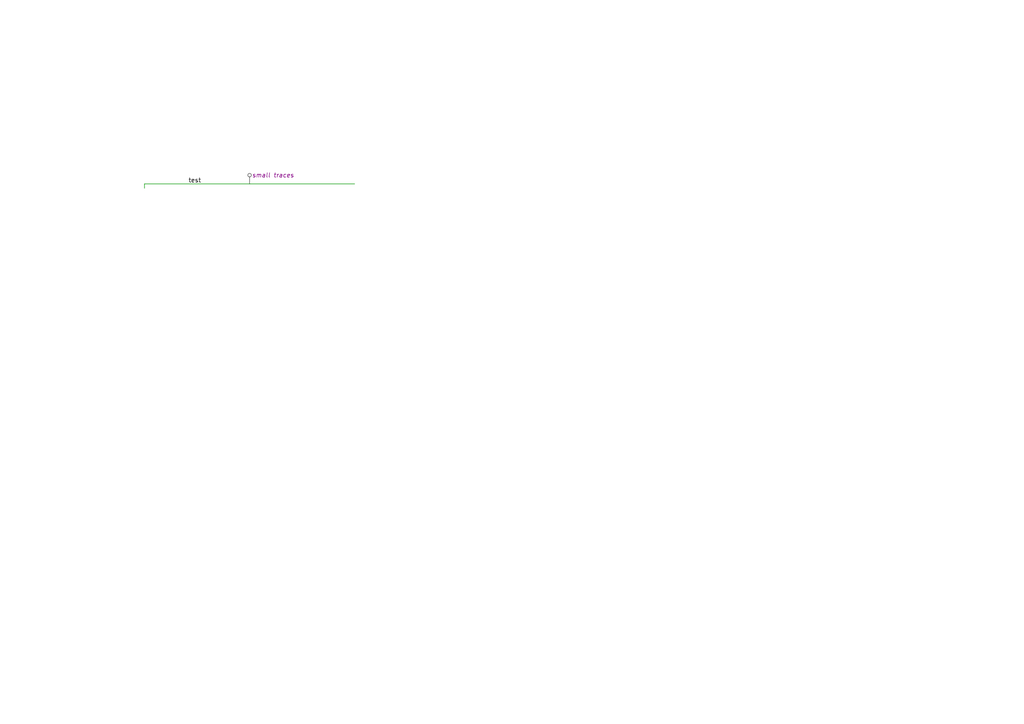
<source format=kicad_sch>
(kicad_sch
	(version 20231120)
	(generator "eeschema")
	(generator_version "8.0")
	(uuid "ed2ec2bf-1322-414d-8cb8-5501d93892db")
	(paper "A4")
	(title_block
		(title "Demo LED Board")
		(date "2024-09-26")
		(rev "0.0")
	)
	(lib_symbols)
	(wire
		(pts
			(xy 41.91 54.61) (xy 41.91 53.34)
		)
		(stroke
			(width 0)
			(type default)
		)
		(uuid "639252dd-ed0d-4d21-81a9-171408277d27")
	)
	(wire
		(pts
			(xy 41.91 53.34) (xy 102.87 53.34)
		)
		(stroke
			(width 0)
			(type default)
		)
		(uuid "bf23da2b-b4fc-4281-b79d-74bb06fafaca")
	)
	(label "test"
		(at 54.61 53.34 0)
		(fields_autoplaced yes)
		(effects
			(font
				(size 1.27 1.27)
			)
			(justify left bottom)
		)
		(uuid "623818b2-6e85-44cb-a0fb-e1a5cf58409e")
	)
	(netclass_flag ""
		(length 2.54)
		(shape round)
		(at 72.39 53.34 0)
		(fields_autoplaced yes)
		(effects
			(font
				(size 1.27 1.27)
			)
			(justify left bottom)
		)
		(uuid "43ceb5ec-82ed-49da-93ac-8247f45ea187")
		(property "Netclass" "small traces"
			(at 73.0885 50.8 0)
			(effects
				(font
					(size 1.27 1.27)
					(italic yes)
				)
				(justify left)
			)
		)
	)
	(sheet_instances
		(path "/"
			(page "1")
		)
	)
)

</source>
